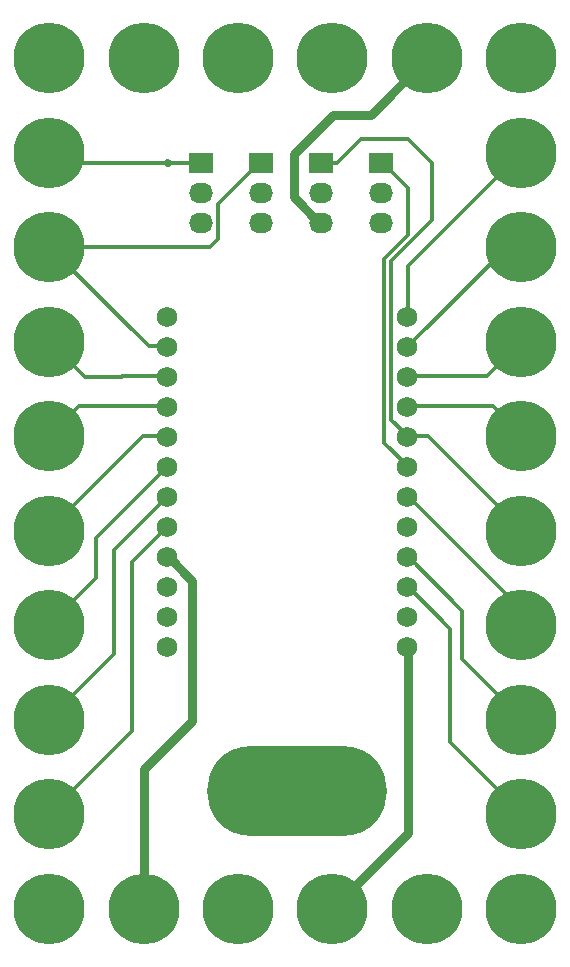
<source format=gtl>
%TF.GenerationSoftware,KiCad,Pcbnew,4.0.7-e2-6376~58~ubuntu16.04.1*%
%TF.CreationDate,2018-07-15T21:42:55-07:00*%
%TF.ProjectId,6x9-Photon-Breakout,3678392D50686F746F6E2D427265616B,1.0*%
%TF.FileFunction,Copper,L1,Top,Signal*%
%FSLAX46Y46*%
G04 Gerber Fmt 4.6, Leading zero omitted, Abs format (unit mm)*
G04 Created by KiCad (PCBNEW 4.0.7-e2-6376~58~ubuntu16.04.1) date Sun Jul 15 21:42:55 2018*
%MOMM*%
%LPD*%
G01*
G04 APERTURE LIST*
%ADD10C,0.350000*%
%ADD11R,2.032000X1.727200*%
%ADD12O,2.032000X1.727200*%
%ADD13O,15.240000X7.620000*%
%ADD14C,6.000000*%
%ADD15C,1.727200*%
%ADD16C,0.685800*%
%ADD17C,0.762000*%
%ADD18C,0.330200*%
%ADD19C,0.330200*%
%ADD20C,0.350000*%
G04 APERTURE END LIST*
D10*
D11*
X87122000Y-40640000D03*
D12*
X87122000Y-43180000D03*
X87122000Y-45720000D03*
D11*
X82042000Y-40640000D03*
D12*
X82042000Y-43180000D03*
X82042000Y-45720000D03*
D11*
X76962000Y-40640000D03*
D12*
X76962000Y-43180000D03*
X76962000Y-45720000D03*
D13*
X80010000Y-93853000D03*
D11*
X71882000Y-40640000D03*
D12*
X71882000Y-43180000D03*
X71882000Y-45720000D03*
D14*
X98999000Y-71800000D03*
X99000000Y-79800000D03*
X99000000Y-95800000D03*
X99000000Y-63800000D03*
X99000000Y-87800000D03*
X98999000Y-55800000D03*
X98999000Y-47800000D03*
X59000000Y-103800000D03*
X66999000Y-103800000D03*
X74999000Y-103800000D03*
X90999000Y-103800000D03*
X74999000Y-31800000D03*
X82999000Y-31800000D03*
X59000000Y-31800000D03*
X66999000Y-31800000D03*
X98999000Y-31800000D03*
X58999000Y-47800000D03*
X58999000Y-55800000D03*
X58999000Y-63800000D03*
X58999000Y-71800000D03*
X58999000Y-79800000D03*
X58999000Y-87800000D03*
X58999000Y-95800000D03*
X98999000Y-103800000D03*
X98999000Y-39800000D03*
X58999000Y-39800000D03*
X82999000Y-103800000D03*
X90999000Y-31800000D03*
D15*
X89336238Y-81643854D03*
X89336238Y-79103854D03*
X89336238Y-76563854D03*
X89336238Y-74023854D03*
X89336238Y-71483854D03*
X89336238Y-68943854D03*
X89336238Y-66403854D03*
X89336238Y-63863854D03*
X89336238Y-61323854D03*
X89336238Y-58783854D03*
X89336238Y-56243854D03*
X89336238Y-53703854D03*
X69016238Y-56243854D03*
X69016238Y-76563854D03*
X69016238Y-61323854D03*
X69016238Y-58783854D03*
X69016238Y-79103854D03*
X69016238Y-71483854D03*
X69016238Y-81643854D03*
X69016238Y-68943854D03*
X69016238Y-66403854D03*
X69016238Y-63863854D03*
X69016238Y-74023854D03*
X69016238Y-53703854D03*
D16*
X69088000Y-40640000D03*
D17*
X77114400Y-43180000D02*
X76962000Y-43180000D01*
X89408000Y-97386000D02*
X89374238Y-97352238D01*
X89374238Y-97352238D02*
X89374238Y-81600854D01*
X83037000Y-103757000D02*
X89408000Y-97386000D01*
X83083398Y-36576000D02*
X86218000Y-36576000D01*
X86218000Y-36576000D02*
X91037000Y-31757000D01*
X79756000Y-43586400D02*
X79756000Y-39903398D01*
X79756000Y-39903398D02*
X83083398Y-36576000D01*
X82042000Y-45720000D02*
X81889600Y-45720000D01*
X81889600Y-45720000D02*
X79756000Y-43586400D01*
X69054238Y-73980854D02*
X71120000Y-76046616D01*
X71120000Y-87884000D02*
X67037000Y-91967000D01*
X67037000Y-91967000D02*
X67037000Y-103757000D01*
X71120000Y-76046616D02*
X71120000Y-87884000D01*
D18*
X89408000Y-38608000D02*
X85420200Y-38608000D01*
X91440000Y-40640000D02*
X89408000Y-38608000D01*
X85420200Y-38608000D02*
X83388200Y-40640000D01*
X91440000Y-45530198D02*
X91440000Y-40640000D01*
X83388200Y-40640000D02*
X82042000Y-40640000D01*
X87960211Y-49009987D02*
X91440000Y-45530198D01*
X87960211Y-62406827D02*
X87960211Y-49009987D01*
X89374238Y-63820854D02*
X87960211Y-62406827D01*
X89374238Y-63820854D02*
X91100854Y-63820854D01*
X91100854Y-63820854D02*
X99037000Y-71757000D01*
X76962000Y-40640000D02*
X76809600Y-40640000D01*
X76809600Y-40640000D02*
X73317110Y-44132490D01*
X73317110Y-44132490D02*
X73317110Y-47078890D01*
X73317110Y-47078890D02*
X72639000Y-47757000D01*
X72639000Y-47757000D02*
X59037000Y-47757000D01*
X59037000Y-47757000D02*
X67480854Y-56200854D01*
X67480854Y-56200854D02*
X69054238Y-56200854D01*
X71882000Y-40640000D02*
X69088000Y-40640000D01*
X69088000Y-40640000D02*
X59920000Y-40640000D01*
X59920000Y-40640000D02*
X59037000Y-39757000D01*
X89408000Y-46736000D02*
X89408000Y-42773600D01*
X89408000Y-42773600D02*
X87274400Y-40640000D01*
X87274400Y-40640000D02*
X87122000Y-40640000D01*
X87376000Y-48768000D02*
X89408000Y-46736000D01*
X89374238Y-66360854D02*
X87376000Y-64362616D01*
X87376000Y-64362616D02*
X87376000Y-48768000D01*
X87122000Y-40640000D02*
X86969600Y-40640000D01*
X89374238Y-61280854D02*
X96561854Y-61280854D01*
X96561854Y-61280854D02*
X99038000Y-63757000D01*
X89374238Y-58740854D02*
X96053146Y-58740854D01*
X96053146Y-58740854D02*
X99037000Y-55757000D01*
X89374238Y-56200854D02*
X97818092Y-47757000D01*
X97818092Y-47757000D02*
X99037000Y-47757000D01*
X89374238Y-53660854D02*
X89374238Y-49419762D01*
X89374238Y-49419762D02*
X99037000Y-39757000D01*
X89374238Y-68900854D02*
X99038000Y-78564616D01*
X99038000Y-78564616D02*
X99038000Y-79757000D01*
X92964000Y-80110616D02*
X92964000Y-89683000D01*
X92964000Y-89683000D02*
X99038000Y-95757000D01*
X89374238Y-76520854D02*
X92964000Y-80110616D01*
X93980000Y-78586616D02*
X93980000Y-82699000D01*
X93980000Y-82699000D02*
X99038000Y-87757000D01*
X89374238Y-73980854D02*
X93980000Y-78586616D01*
X65211146Y-58740854D02*
X65195001Y-58756999D01*
X65195001Y-58756999D02*
X62036999Y-58756999D01*
X62036999Y-58756999D02*
X59037000Y-55757000D01*
X69054238Y-58740854D02*
X65211146Y-58740854D01*
X69054238Y-61280854D02*
X61513146Y-61280854D01*
X61513146Y-61280854D02*
X59037000Y-63757000D01*
X69054238Y-63820854D02*
X66973146Y-63820854D01*
X66973146Y-63820854D02*
X59037000Y-71757000D01*
X62992000Y-75802000D02*
X62992000Y-72423092D01*
X62992000Y-72423092D02*
X69054238Y-66360854D01*
X59037000Y-79757000D02*
X62992000Y-75802000D01*
X64516000Y-82278000D02*
X64516000Y-73439092D01*
X64516000Y-73439092D02*
X69054238Y-68900854D01*
X59037000Y-87757000D02*
X64516000Y-82278000D01*
X66040000Y-74455092D02*
X66040000Y-88754000D01*
X66040000Y-88754000D02*
X59037000Y-95757000D01*
X69054238Y-71440854D02*
X66040000Y-74455092D01*
D19*
X69088000Y-40640000D03*
D20*
X87122000Y-40640000D03*
X87122000Y-43180000D03*
X87122000Y-45720000D03*
X82042000Y-40640000D03*
X82042000Y-43180000D03*
X82042000Y-45720000D03*
X76962000Y-40640000D03*
X76962000Y-43180000D03*
X76962000Y-45720000D03*
X71882000Y-40640000D03*
X71882000Y-43180000D03*
X71882000Y-45720000D03*
X98999000Y-71800000D03*
X99000000Y-79800000D03*
X99000000Y-95800000D03*
X99000000Y-63800000D03*
X99000000Y-87800000D03*
X98999000Y-55800000D03*
X98999000Y-47800000D03*
X59000000Y-103800000D03*
X66999000Y-103800000D03*
X74999000Y-103800000D03*
X90999000Y-103800000D03*
X74999000Y-31800000D03*
X82999000Y-31800000D03*
X59000000Y-31800000D03*
X66999000Y-31800000D03*
X98999000Y-31800000D03*
X58999000Y-47800000D03*
X58999000Y-55800000D03*
X58999000Y-63800000D03*
X58999000Y-71800000D03*
X58999000Y-79800000D03*
X58999000Y-87800000D03*
X58999000Y-95800000D03*
X98999000Y-103800000D03*
X98999000Y-39800000D03*
X58999000Y-39800000D03*
X82999000Y-103800000D03*
X90999000Y-31800000D03*
X89336238Y-81643854D03*
X89336238Y-79103854D03*
X89336238Y-76563854D03*
X89336238Y-74023854D03*
X89336238Y-71483854D03*
X89336238Y-68943854D03*
X89336238Y-66403854D03*
X89336238Y-63863854D03*
X89336238Y-61323854D03*
X89336238Y-58783854D03*
X89336238Y-56243854D03*
X89336238Y-53703854D03*
X69016238Y-56243854D03*
X69016238Y-76563854D03*
X69016238Y-61323854D03*
X69016238Y-58783854D03*
X69016238Y-79103854D03*
X69016238Y-71483854D03*
X69016238Y-81643854D03*
X69016238Y-68943854D03*
X69016238Y-66403854D03*
X69016238Y-63863854D03*
X69016238Y-74023854D03*
X69016238Y-53703854D03*
M02*

</source>
